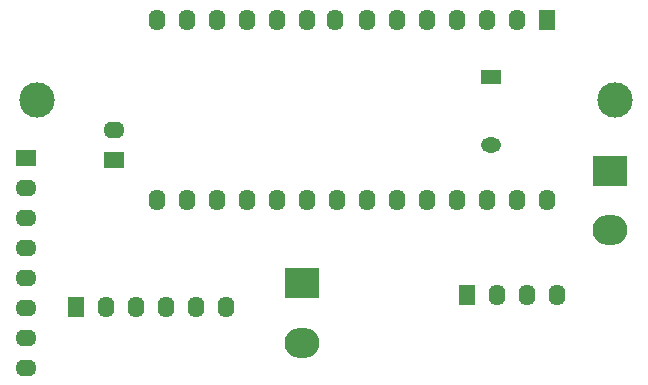
<source format=gbs>
G04*
G04 #@! TF.GenerationSoftware,Altium Limited,Altium Designer,20.0.13 (296)*
G04*
G04 Layer_Color=16711935*
%FSLAX25Y25*%
%MOIN*%
G70*
G01*
G75*
%ADD18O,0.11627X0.10052*%
%ADD19R,0.11627X0.10052*%
%ADD20O,0.07099X0.05524*%
%ADD21R,0.07099X0.05524*%
%ADD22O,0.05524X0.07099*%
%ADD23R,0.05524X0.07099*%
%ADD24R,0.06706X0.05131*%
%ADD25O,0.06706X0.05131*%
%ADD26C,0.11824*%
D18*
X102362Y11811D02*
D03*
X204724Y49213D02*
D03*
D19*
X102362Y31496D02*
D03*
X204724Y68898D02*
D03*
D20*
X10236Y3465D02*
D03*
Y13465D02*
D03*
Y23465D02*
D03*
Y33465D02*
D03*
Y43465D02*
D03*
Y53465D02*
D03*
Y63465D02*
D03*
X39370Y82677D02*
D03*
D21*
X10236Y73465D02*
D03*
X39370Y72677D02*
D03*
D22*
X53917Y59291D02*
D03*
X63917D02*
D03*
X73917D02*
D03*
X83917D02*
D03*
X93917D02*
D03*
X103917D02*
D03*
X113917D02*
D03*
X123917D02*
D03*
X133917D02*
D03*
X143917D02*
D03*
X153917D02*
D03*
X163917D02*
D03*
X173917D02*
D03*
X183917D02*
D03*
X53917Y119291D02*
D03*
X63917D02*
D03*
X73917D02*
D03*
X83917D02*
D03*
X93917D02*
D03*
X103917D02*
D03*
X113051D02*
D03*
X123917D02*
D03*
X133917D02*
D03*
X143917D02*
D03*
X153917D02*
D03*
X163917D02*
D03*
X173917D02*
D03*
X187205Y27559D02*
D03*
X177205D02*
D03*
X167205D02*
D03*
X36929Y23622D02*
D03*
X46929D02*
D03*
X56929D02*
D03*
X66929D02*
D03*
X76929D02*
D03*
D23*
X183917Y119291D02*
D03*
X157205Y27559D02*
D03*
X26929Y23622D02*
D03*
D24*
X165354Y100394D02*
D03*
D25*
Y77559D02*
D03*
D26*
X13780Y92520D02*
D03*
X206693D02*
D03*
M02*

</source>
